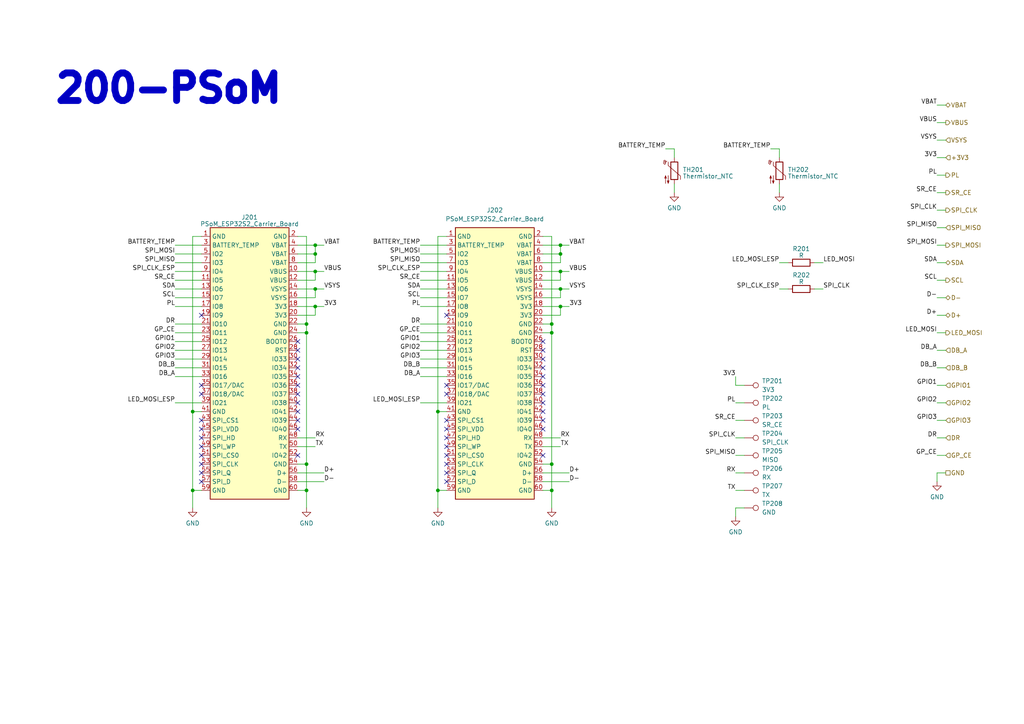
<source format=kicad_sch>
(kicad_sch (version 20231120) (generator "eeschema") (generator_version "8.0")
  (paper "A4")
  (title_block (title "PMK_Keyboard") (date "2024-02-11") (rev "HW01") (company "PumaCorp") (comment 1 "Design by: NdG"))
  (lib_symbols
    (symbol "Component_lib:NTCS0402E3473GXT" (pin_numbers hide) (pin_names (offset 0))
      (property "Reference" "TH" (at -4.445 1.27 90))
      (property "Value" "Thermistor_NTC" (at 3.175 1.27 90))
      (symbol "NTCS0402E3473GXT_0_1"
        (arc (start -3.048 3.429) (mid -3.0505 3.5865) (end -3.175 3.683))
        (arc (start -3.048 3.429) (mid -2.9736 3.2494) (end -2.794 3.175))
        (arc (start -3.048 4.064) (mid -2.9736 3.8844) (end -2.794 3.81))
        (arc (start -2.794 3.175) (mid -2.6144 3.2494) (end -2.54 3.429))
        (arc (start -2.794 3.81) (mid -2.434 3.8308) (end -2.159 4.064))
        (arc (start -2.794 4.318) (mid -2.9736 4.2436) (end -3.048 4.064))
        (arc (start -2.54 4.064) (mid -2.6144 4.2436) (end -2.794 4.318))
        (rectangle (start -1.016 3.81) (end 1.016 -1.27) (stroke (width 0.254)))
        (polyline (pts (xy -2.54 3.429) (xy -2.54 4.064)))
        (polyline (pts (xy -1.778 3.81) (xy -1.778 2.794) (xy 1.778 -0.254) (xy 1.778 -1.27)))
        (polyline (pts (xy -2.54 -2.413) (xy -2.54 -0.127) (xy -2.794 -0.889) (xy -2.286 -0.889) (xy -2.54 -0.127) (xy -2.54 -0.381)) (fill (type outline)))
        (polyline (pts (xy -1.778 -0.127) (xy -1.778 -2.413) (xy -2.032 -1.651) (xy -1.524 -1.651) (xy -1.778 -2.413) (xy -1.778 -2.159)) (fill (type outline)))
      )
      (symbol "NTCS0402E3473GXT_1_1"
        (pin passive line (at 0 5.08 270) (length 1.27) (name "~") (number "1"))
        (pin passive line (at 0 -2.54 90) (length 1.27) (name "~") (number "2"))
      )
    )
    (symbol "Component_lib:PSoM_ESP32S2_Carrier_Board"
      (property "Reference" "J" (at 5.08 7.62 0))
      (property "Value" "PSoM_ESP32S2_Carrier_Board" (at 15.24 5.08 0))
      (symbol "PSoM_ESP32S2_Carrier_Board_1_1"
        (rectangle (start 2.54 2.54) (end 25.4 -76.2) (stroke (width 0.254)) (fill (type background)))
        (pin passive line (at 0 0 0) (length 2.54) (name "GND") (number "1"))
        (pin passive line (at 27.94 -10.16 180) (length 2.54) (name "VBUS") (number "10"))
        (pin passive line (at 0 -12.7 0) (length 2.54) (name "IO5") (number "11"))
        (pin passive line (at 27.94 -12.7 180) (length 2.54) (name "VBUS") (number "12"))
        (pin passive line (at 0 -15.24 0) (length 2.54) (name "IO6") (number "13"))
        (pin passive line (at 27.94 -15.24 180) (length 2.54) (name "VSYS") (number "14"))
        (pin passive line (at 0 -17.78 0) (length 2.54) (name "IO7") (number "15"))
        (pin passive line (at 27.94 -17.78 180) (length 2.54) (name "VSYS") (number "16"))
        (pin passive line (at 0 -20.32 0) (length 2.54) (name "IO8") (number "17"))
        (pin passive line (at 27.94 -20.32 180) (length 2.54) (name "3V3") (number "18"))
        (pin passive line (at 0 -22.86 0) (length 2.54) (name "IO9") (number "19"))
        (pin passive line (at 27.94 0 180) (length 2.54) (name "GND") (number "2"))
        (pin passive line (at 27.94 -22.86 180) (length 2.54) (name "3V3") (number "20"))
        (pin passive line (at 0 -25.4 0) (length 2.54) (name "IO10") (number "21"))
        (pin passive line (at 27.94 -25.4 180) (length 2.54) (name "GND") (number "22"))
        (pin passive line (at 0 -27.94 0) (length 2.54) (name "IO11") (number "23"))
        (pin passive line (at 27.94 -27.94 180) (length 2.54) (name "GND") (number "24"))
        (pin passive line (at 0 -30.48 0) (length 2.54) (name "IO12") (number "25"))
        (pin passive line (at 27.94 -30.48 180) (length 2.54) (name "BOOT0") (number "26"))
        (pin passive line (at 0 -33.02 0) (length 2.54) (name "IO13") (number "27"))
        (pin passive line (at 27.94 -33.02 180) (length 2.54) (name "RST") (number "28"))
        (pin passive line (at 0 -35.56 0) (length 2.54) (name "IO14") (number "29"))
        (pin passive line (at 0 -2.54 0) (length 2.54) (name "BATTERY_TEMP") (number "3"))
        (pin passive line (at 27.94 -35.56 180) (length 2.54) (name "IO33") (number "30"))
        (pin passive line (at 0 -38.1 0) (length 2.54) (name "IO15") (number "31"))
        (pin passive line (at 27.94 -38.1 180) (length 2.54) (name "IO34") (number "32"))
        (pin passive line (at 0 -40.64 0) (length 2.54) (name "IO16") (number "33"))
        (pin passive line (at 27.94 -40.64 180) (length 2.54) (name "IO35") (number "34"))
        (pin passive line (at 0 -43.18 0) (length 2.54) (name "IO17/DAC") (number "35"))
        (pin passive line (at 27.94 -43.18 180) (length 2.54) (name "IO36") (number "36"))
        (pin passive line (at 0 -45.72 0) (length 2.54) (name "IO18/DAC") (number "37"))
        (pin passive line (at 27.94 -45.72 180) (length 2.54) (name "IO37") (number "38"))
        (pin passive line (at 0 -48.26 0) (length 2.54) (name "IO21") (number "39"))
        (pin passive line (at 27.94 -2.54 180) (length 2.54) (name "VBAT") (number "4"))
        (pin passive line (at 27.94 -48.26 180) (length 2.54) (name "IO38") (number "40"))
        (pin passive line (at 0 -50.8 0) (length 2.54) (name "GND") (number "41"))
        (pin passive line (at 27.94 -50.8 180) (length 2.54) (name "IO41") (number "42"))
        (pin passive line (at 0 -53.34 0) (length 2.54) (name "SPI_CS1") (number "43"))
        (pin passive line (at 27.94 -53.34 180) (length 2.54) (name "IO39") (number "44"))
        (pin passive line (at 0 -55.88 0) (length 2.54) (name "SPI_VDD") (number "45"))
        (pin passive line (at 27.94 -55.88 180) (length 2.54) (name "IO40") (number "46"))
        (pin passive line (at 0 -58.42 0) (length 2.54) (name "SPI_HD") (number "47"))
        (pin passive line (at 27.94 -58.42 180) (length 2.54) (name "RX") (number "48"))
        (pin passive line (at 0 -60.96 0) (length 2.54) (name "SPI_WP") (number "49"))
        (pin passive line (at 0 -5.08 0) (length 2.54) (name "IO2") (number "5"))
        (pin passive line (at 27.94 -60.96 180) (length 2.54) (name "TX") (number "50"))
        (pin passive line (at 0 -63.5 0) (length 2.54) (name "SPI_CS0") (number "51"))
        (pin passive line (at 27.94 -63.5 180) (length 2.54) (name "IO42") (number "52"))
        (pin passive line (at 0 -66.04 0) (length 2.54) (name "SPI_CLK") (number "53"))
        (pin passive line (at 27.94 -66.04 180) (length 2.54) (name "GND") (number "54"))
        (pin passive line (at 0 -68.58 0) (length 2.54) (name "SPI_Q") (number "55"))
        (pin passive line (at 27.94 -68.58 180) (length 2.54) (name "D+") (number "56"))
        (pin passive line (at 0 -71.12 0) (length 2.54) (name "SPI_D") (number "57"))
        (pin passive line (at 27.94 -71.12 180) (length 2.54) (name "D-") (number "58"))
        (pin passive line (at 0 -73.66 0) (length 2.54) (name "GND") (number "59"))
        (pin passive line (at 27.94 -5.08 180) (length 2.54) (name "VBAT") (number "6"))
        (pin passive line (at 27.94 -73.66 180) (length 2.54) (name "GND") (number "60"))
        (pin passive line (at 0 -7.62 0) (length 2.54) (name "IO3") (number "7"))
        (pin passive line (at 27.94 -7.62 180) (length 2.54) (name "VBAT") (number "8"))
        (pin passive line (at 0 -10.16 0) (length 2.54) (name "IO4") (number "9"))
      )
    )
    (symbol "Component_lib:R" (pin_numbers hide) (pin_names (offset 0))
      (property "Reference" "R" (at 2.032 -3.81 90))
      (property "Value" "R" (at 0 -3.81 90))
      (symbol "R_0_1"
        (rectangle (start -1.016 -6.35) (end 1.016 -1.27) (stroke (width 0.254)))
      )
      (symbol "R_1_1"
        (pin passive line (at 0 0 270) (length 1.27) (name "~") (number "1"))
        (pin passive line (at 0 -7.62 90) (length 1.27) (name "~") (number "2"))
      )
    )
    (symbol "Connector:TestPoint" (pin_numbers hide) (pin_names (offset 0.762) hide)
      (property "Reference" "TP" (at 0 6.858 0))
      (property "Value" "TestPoint" (at 0 5.08 0))
      (symbol "TestPoint_0_1"
        (circle (center 0 3.302) (radius 0.762))
      )
      (symbol "TestPoint_1_1"
        (pin passive line (at 0 0 90) (length 2.54) (name "1") (number "1"))
      )
    )
    (symbol "power:GND" (power) (pin_names (offset 0))
      (property "Value" "GND" (at 0 -3.81 0))
      (symbol "GND_0_1"
        (polyline (pts (xy 0 0) (xy 0 -1.27) (xy 1.27 -1.27) (xy 0 -2.54) (xy -1.27 -1.27) (xy 0 -1.27)))
      )
      (symbol "GND_1_1"
        (pin power_in line (at 0 0 270) (length 0) hide (name "GND") (number "1"))
      )
    )
  )
  (junction (at 88.9 142.24))
  (junction (at 160.02 96.52))
  (junction (at 160.02 142.24))
  (junction (at 88.9 134.62))
  (junction (at 91.44 78.74))
  (junction (at 162.56 71.12))
  (junction (at 162.56 78.74))
  (junction (at 160.02 93.98))
  (junction (at 88.9 93.98))
  (junction (at 91.44 71.12))
  (junction (at 55.88 119.38))
  (junction (at 91.44 83.82))
  (junction (at 127 142.24))
  (junction (at 88.9 96.52))
  (junction (at 127 119.38))
  (junction (at 162.56 83.82))
  (junction (at 162.56 73.66))
  (junction (at 91.44 88.9))
  (junction (at 160.02 134.62))
  (junction (at 55.88 142.24))
  (junction (at 91.44 73.66))
  (junction (at 162.56 88.9))
  (no_connect (at 86.36 101.6))
  (no_connect (at 58.42 132.08))
  (no_connect (at 58.42 121.92))
  (no_connect (at 157.48 124.46))
  (no_connect (at 129.54 124.46))
  (no_connect (at 157.48 99.06))
  (no_connect (at 86.36 106.68))
  (no_connect (at 157.48 116.84))
  (no_connect (at 58.42 127))
  (no_connect (at 157.48 119.38))
  (no_connect (at 129.54 129.54))
  (no_connect (at 58.42 139.7))
  (no_connect (at 86.36 124.46))
  (no_connect (at 58.42 134.62))
  (no_connect (at 86.36 119.38))
  (no_connect (at 129.54 137.16))
  (no_connect (at 129.54 134.62))
  (no_connect (at 157.48 121.92))
  (no_connect (at 86.36 116.84))
  (no_connect (at 157.48 109.22))
  (no_connect (at 58.42 137.16))
  (no_connect (at 157.48 104.14))
  (no_connect (at 157.48 106.68))
  (no_connect (at 58.42 129.54))
  (no_connect (at 129.54 139.7))
  (no_connect (at 58.42 91.44))
  (no_connect (at 86.36 109.22))
  (no_connect (at 129.54 121.92))
  (no_connect (at 86.36 114.3))
  (no_connect (at 129.54 114.3))
  (no_connect (at 157.48 111.76))
  (no_connect (at 86.36 111.76))
  (no_connect (at 86.36 132.08))
  (no_connect (at 157.48 114.3))
  (no_connect (at 129.54 111.76))
  (no_connect (at 58.42 124.46))
  (no_connect (at 129.54 132.08))
  (no_connect (at 129.54 91.44))
  (no_connect (at 58.42 114.3))
  (no_connect (at 157.48 101.6))
  (no_connect (at 86.36 99.06))
  (no_connect (at 58.42 111.76))
  (no_connect (at 86.36 104.14))
  (no_connect (at 86.36 121.92))
  (no_connect (at 157.48 132.08))
  (no_connect (at 129.54 127))
  (wire (pts (xy 157.48 127) (xy 162.56 127)))
  (wire (pts (xy 50.8 93.98) (xy 58.42 93.98)))
  (wire (pts (xy 226.06 76.2) (xy 228.6 76.2)))
  (wire (pts (xy 91.44 71.12) (xy 93.98 71.12)))
  (wire (pts (xy 271.78 45.72) (xy 274.32 45.72)))
  (wire (pts (xy 55.88 68.58) (xy 55.88 119.38)))
  (wire (pts (xy 50.8 99.06) (xy 58.42 99.06)))
  (wire (pts (xy 86.36 134.62) (xy 88.9 134.62)))
  (wire (pts (xy 121.92 86.36) (xy 129.54 86.36)))
  (wire (pts (xy 50.8 71.12) (xy 58.42 71.12)))
  (wire (pts (xy 86.36 91.44) (xy 91.44 91.44)))
  (wire (pts (xy 121.92 104.14) (xy 129.54 104.14)))
  (wire (pts (xy 162.56 73.66) (xy 162.56 76.2)))
  (wire (pts (xy 271.78 116.84) (xy 274.32 116.84)))
  (wire (pts (xy 193.04 43.18) (xy 195.58 43.18)))
  (wire (pts (xy 86.36 83.82) (xy 91.44 83.82)))
  (wire (pts (xy 213.36 137.16) (xy 215.9 137.16)))
  (wire (pts (xy 271.78 66.04) (xy 274.32 66.04)))
  (wire (pts (xy 91.44 73.66) (xy 91.44 71.12)))
  (wire (pts (xy 50.8 104.14) (xy 58.42 104.14)))
  (wire (pts (xy 91.44 78.74) (xy 93.98 78.74)))
  (wire (pts (xy 213.36 149.86) (xy 213.36 147.32)))
  (wire (pts (xy 121.92 71.12) (xy 129.54 71.12)))
  (wire (pts (xy 121.92 73.66) (xy 129.54 73.66)))
  (wire (pts (xy 160.02 147.32) (xy 160.02 142.24)))
  (wire (pts (xy 271.78 132.08) (xy 274.32 132.08)))
  (wire (pts (xy 162.56 86.36) (xy 162.56 83.82)))
  (wire (pts (xy 91.44 83.82) (xy 93.98 83.82)))
  (wire (pts (xy 271.78 101.6) (xy 274.32 101.6)))
  (wire (pts (xy 223.52 43.18) (xy 226.06 43.18)))
  (wire (pts (xy 226.06 83.82) (xy 228.6 83.82)))
  (wire (pts (xy 213.36 127) (xy 215.9 127)))
  (wire (pts (xy 271.78 121.92) (xy 274.32 121.92)))
  (wire (pts (xy 162.56 78.74) (xy 165.1 78.74)))
  (wire (pts (xy 121.92 99.06) (xy 129.54 99.06)))
  (wire (pts (xy 213.36 121.92) (xy 215.9 121.92)))
  (wire (pts (xy 86.36 127) (xy 91.44 127)))
  (wire (pts (xy 88.9 147.32) (xy 88.9 142.24)))
  (wire (pts (xy 121.92 109.22) (xy 129.54 109.22)))
  (wire (pts (xy 162.56 81.28) (xy 162.56 78.74)))
  (wire (pts (xy 162.56 91.44) (xy 162.56 88.9)))
  (wire (pts (xy 91.44 91.44) (xy 91.44 88.9)))
  (wire (pts (xy 86.36 139.7) (xy 93.98 139.7)))
  (wire (pts (xy 213.36 147.32) (xy 215.9 147.32)))
  (wire (pts (xy 160.02 68.58) (xy 160.02 93.98)))
  (wire (pts (xy 271.78 127) (xy 274.32 127)))
  (wire (pts (xy 271.78 106.68) (xy 274.32 106.68)))
  (wire (pts (xy 271.78 35.56) (xy 274.32 35.56)))
  (wire (pts (xy 50.8 96.52) (xy 58.42 96.52)))
  (wire (pts (xy 162.56 76.2) (xy 157.48 76.2)))
  (wire (pts (xy 50.8 88.9) (xy 58.42 88.9)))
  (wire (pts (xy 88.9 142.24) (xy 86.36 142.24)))
  (wire (pts (xy 271.78 81.28) (xy 274.32 81.28)))
  (wire (pts (xy 195.58 43.18) (xy 195.58 45.72)))
  (wire (pts (xy 55.88 119.38) (xy 55.88 142.24)))
  (wire (pts (xy 271.78 139.7) (xy 271.78 137.16)))
  (wire (pts (xy 271.78 50.8) (xy 274.32 50.8)))
  (wire (pts (xy 157.48 86.36) (xy 162.56 86.36)))
  (wire (pts (xy 271.78 91.44) (xy 274.32 91.44)))
  (wire (pts (xy 162.56 83.82) (xy 165.1 83.82)))
  (wire (pts (xy 160.02 93.98) (xy 160.02 96.52)))
  (wire (pts (xy 236.22 83.82) (xy 238.76 83.82)))
  (wire (pts (xy 55.88 147.32) (xy 55.88 142.24)))
  (wire (pts (xy 271.78 30.48) (xy 274.32 30.48)))
  (wire (pts (xy 86.36 78.74) (xy 91.44 78.74)))
  (wire (pts (xy 226.06 43.18) (xy 226.06 45.72)))
  (wire (pts (xy 50.8 73.66) (xy 58.42 73.66)))
  (wire (pts (xy 129.54 68.58) (xy 127 68.58)))
  (wire (pts (xy 213.36 132.08) (xy 215.9 132.08)))
  (wire (pts (xy 157.48 71.12) (xy 162.56 71.12)))
  (wire (pts (xy 50.8 81.28) (xy 58.42 81.28)))
  (wire (pts (xy 157.48 83.82) (xy 162.56 83.82)))
  (wire (pts (xy 160.02 96.52) (xy 157.48 96.52)))
  (wire (pts (xy 157.48 73.66) (xy 162.56 73.66)))
  (wire (pts (xy 121.92 116.84) (xy 129.54 116.84)))
  (wire (pts (xy 271.78 76.2) (xy 274.32 76.2)))
  (wire (pts (xy 50.8 78.74) (xy 58.42 78.74)))
  (wire (pts (xy 88.9 93.98) (xy 88.9 96.52)))
  (wire (pts (xy 271.78 60.96) (xy 274.32 60.96)))
  (wire (pts (xy 88.9 134.62) (xy 88.9 96.52)))
  (wire (pts (xy 88.9 68.58) (xy 88.9 93.98)))
  (wire (pts (xy 91.44 86.36) (xy 91.44 83.82)))
  (wire (pts (xy 271.78 111.76) (xy 274.32 111.76)))
  (wire (pts (xy 213.36 111.76) (xy 215.9 111.76)))
  (wire (pts (xy 50.8 83.82) (xy 58.42 83.82)))
  (wire (pts (xy 121.92 93.98) (xy 129.54 93.98)))
  (wire (pts (xy 157.48 139.7) (xy 165.1 139.7)))
  (wire (pts (xy 88.9 96.52) (xy 86.36 96.52)))
  (wire (pts (xy 162.56 71.12) (xy 165.1 71.12)))
  (wire (pts (xy 86.36 129.54) (xy 91.44 129.54)))
  (wire (pts (xy 162.56 88.9) (xy 165.1 88.9)))
  (wire (pts (xy 157.48 137.16) (xy 165.1 137.16)))
  (wire (pts (xy 127 68.58) (xy 127 119.38)))
  (wire (pts (xy 213.36 142.24) (xy 215.9 142.24)))
  (wire (pts (xy 50.8 101.6) (xy 58.42 101.6)))
  (wire (pts (xy 50.8 116.84) (xy 58.42 116.84)))
  (wire (pts (xy 157.48 81.28) (xy 162.56 81.28)))
  (wire (pts (xy 50.8 76.2) (xy 58.42 76.2)))
  (wire (pts (xy 86.36 68.58) (xy 88.9 68.58)))
  (wire (pts (xy 58.42 68.58) (xy 55.88 68.58)))
  (wire (pts (xy 86.36 73.66) (xy 91.44 73.66)))
  (wire (pts (xy 157.48 129.54) (xy 162.56 129.54)))
  (wire (pts (xy 160.02 134.62) (xy 160.02 96.52)))
  (wire (pts (xy 86.36 93.98) (xy 88.9 93.98)))
  (wire (pts (xy 121.92 76.2) (xy 129.54 76.2)))
  (wire (pts (xy 127 142.24) (xy 129.54 142.24)))
  (wire (pts (xy 160.02 142.24) (xy 157.48 142.24)))
  (wire (pts (xy 271.78 137.16) (xy 274.32 137.16)))
  (wire (pts (xy 88.9 134.62) (xy 88.9 142.24)))
  (wire (pts (xy 271.78 96.52) (xy 274.32 96.52)))
  (wire (pts (xy 157.48 68.58) (xy 160.02 68.58)))
  (wire (pts (xy 86.36 88.9) (xy 91.44 88.9)))
  (wire (pts (xy 121.92 81.28) (xy 129.54 81.28)))
  (wire (pts (xy 271.78 40.64) (xy 274.32 40.64)))
  (wire (pts (xy 121.92 83.82) (xy 129.54 83.82)))
  (wire (pts (xy 86.36 137.16) (xy 93.98 137.16)))
  (wire (pts (xy 55.88 142.24) (xy 58.42 142.24)))
  (wire (pts (xy 91.44 81.28) (xy 91.44 78.74)))
  (wire (pts (xy 86.36 81.28) (xy 91.44 81.28)))
  (wire (pts (xy 157.48 88.9) (xy 162.56 88.9)))
  (wire (pts (xy 50.8 106.68) (xy 58.42 106.68)))
  (wire (pts (xy 127 147.32) (xy 127 142.24)))
  (wire (pts (xy 236.22 76.2) (xy 238.76 76.2)))
  (wire (pts (xy 271.78 71.12) (xy 274.32 71.12)))
  (wire (pts (xy 157.48 78.74) (xy 162.56 78.74)))
  (wire (pts (xy 127 119.38) (xy 127 142.24)))
  (wire (pts (xy 160.02 134.62) (xy 160.02 142.24)))
  (wire (pts (xy 86.36 86.36) (xy 91.44 86.36)))
  (wire (pts (xy 50.8 86.36) (xy 58.42 86.36)))
  (wire (pts (xy 50.8 109.22) (xy 58.42 109.22)))
  (wire (pts (xy 86.36 71.12) (xy 91.44 71.12)))
  (wire (pts (xy 91.44 76.2) (xy 86.36 76.2)))
  (wire (pts (xy 157.48 134.62) (xy 160.02 134.62)))
  (wire (pts (xy 226.06 53.34) (xy 226.06 55.88)))
  (wire (pts (xy 195.58 53.34) (xy 195.58 55.88)))
  (wire (pts (xy 121.92 101.6) (xy 129.54 101.6)))
  (wire (pts (xy 157.48 93.98) (xy 160.02 93.98)))
  (wire (pts (xy 213.36 109.22) (xy 213.36 111.76)))
  (wire (pts (xy 129.54 119.38) (xy 127 119.38)))
  (wire (pts (xy 271.78 86.36) (xy 274.32 86.36)))
  (wire (pts (xy 121.92 106.68) (xy 129.54 106.68)))
  (wire (pts (xy 213.36 116.84) (xy 215.9 116.84)))
  (wire (pts (xy 121.92 96.52) (xy 129.54 96.52)))
  (wire (pts (xy 121.92 78.74) (xy 129.54 78.74)))
  (wire (pts (xy 91.44 88.9) (xy 93.98 88.9)))
  (wire (pts (xy 91.44 73.66) (xy 91.44 76.2)))
  (wire (pts (xy 121.92 88.9) (xy 129.54 88.9)))
  (wire (pts (xy 162.56 73.66) (xy 162.56 71.12)))
  (wire (pts (xy 271.78 55.88) (xy 274.32 55.88)))
  (wire (pts (xy 157.48 91.44) (xy 162.56 91.44)))
  (wire (pts (xy 58.42 119.38) (xy 55.88 119.38)))
  (text "200-PSoM\n" (at 15.24 30.48 0) (effects (font (size 8 8) (thickness 3) (bold yes)) (justify left bottom)))
  (label "SCL" (at 50.8 86.36 180))
  (label "TX" (at 91.44 129.54 0))
  (label "VBUS" (at 271.78 35.56 180))
  (label "VBUS" (at 165.1 78.74 0))
  (label "GP_CE" (at 121.92 96.52 180))
  (label "PL" (at 271.78 50.8 180))
  (label "BATTERY_TEMP" (at 193.04 43.18 180))
  (label "SPI_MOSI" (at 121.92 73.66 180))
  (label "D+" (at 165.1 137.16 0))
  (label "BATTERY_TEMP" (at 50.8 71.12 180))
  (label "3V3" (at 93.98 88.9 0))
  (label "SPI_CLK" (at 213.36 127 180))
  (label "GP_CE" (at 50.8 96.52 180))
  (label "VSYS" (at 93.98 83.82 0))
  (label "GPIO2" (at 121.92 101.6 180))
  (label "DB_A" (at 271.78 101.6 180))
  (label "GPIO1" (at 121.92 99.06 180))
  (label "SDA" (at 271.78 76.2 180))
  (label "DR" (at 121.92 93.98 180))
  (label "SPI_CLK_ESP" (at 226.06 83.82 180))
  (label "SDA" (at 50.8 83.82 180))
  (label "TX" (at 213.36 142.24 180))
  (label "3V3" (at 213.36 109.22 180))
  (label "GPIO1" (at 50.8 99.06 180))
  (label "LED_MOSI_ESP" (at 121.92 116.84 180))
  (label "BATTERY_TEMP" (at 121.92 71.12 180))
  (label "D+" (at 271.78 91.44 180))
  (label "VBAT" (at 271.78 30.48 180))
  (label "SCL" (at 271.78 81.28 180))
  (label "RX" (at 162.56 127 0))
  (label "GPIO3" (at 121.92 104.14 180))
  (label "GPIO3" (at 271.78 121.92 180))
  (label "GPIO2" (at 50.8 101.6 180))
  (label "3V3" (at 165.1 88.9 0))
  (label "SPI_MISO" (at 213.36 132.08 180))
  (label "SDA" (at 121.92 83.82 180))
  (label "SPI_CLK" (at 238.76 83.82 0))
  (label "DB_B" (at 271.78 106.68 180))
  (label "SPI_CLK_ESP" (at 121.92 78.74 180))
  (label "RX" (at 91.44 127 0))
  (label "VBAT" (at 93.98 71.12 0))
  (label "VSYS" (at 165.1 83.82 0))
  (label "VBUS" (at 93.98 78.74 0))
  (label "RX" (at 213.36 137.16 180))
  (label "PL" (at 213.36 116.84 180))
  (label "SPI_MISO" (at 50.8 76.2 180))
  (label "3V3" (at 271.78 45.72 180))
  (label "VSYS" (at 271.78 40.64 180))
  (label "GPIO1" (at 271.78 111.76 180))
  (label "DB_B" (at 50.8 106.68 180))
  (label "SPI_MOSI" (at 271.78 71.12 180))
  (label "D-" (at 271.78 86.36 180))
  (label "LED_MOSI" (at 271.78 96.52 180))
  (label "DR" (at 50.8 93.98 180))
  (label "D+" (at 93.98 137.16 0))
  (label "SR_CE" (at 213.36 121.92 180))
  (label "DB_A" (at 50.8 109.22 180))
  (label "TX" (at 162.56 129.54 0))
  (label "D-" (at 93.98 139.7 0))
  (label "GPIO2" (at 271.78 116.84 180))
  (label "D-" (at 165.1 139.7 0))
  (label "SPI_MISO" (at 271.78 66.04 180))
  (label "SR_CE" (at 271.78 55.88 180))
  (label "PL" (at 50.8 88.9 180))
  (label "SR_CE" (at 121.92 81.28 180))
  (label "BATTERY_TEMP" (at 223.52 43.18 180))
  (label "DB_B" (at 121.92 106.68 180))
  (label "GPIO3" (at 50.8 104.14 180))
  (label "VBAT" (at 165.1 71.12 0))
  (label "GP_CE" (at 271.78 132.08 180))
  (label "LED_MOSI_ESP" (at 50.8 116.84 180))
  (label "DB_A" (at 121.92 109.22 180))
  (label "PL" (at 121.92 88.9 180))
  (label "SPI_MISO" (at 121.92 76.2 180))
  (label "LED_MOSI" (at 238.76 76.2 0))
  (label "DR" (at 271.78 127 180))
  (label "LED_MOSI_ESP" (at 226.06 76.2 180))
  (label "SPI_MOSI" (at 50.8 73.66 180))
  (label "SR_CE" (at 50.8 81.28 180))
  (label "SCL" (at 121.92 86.36 180))
  (label "SPI_CLK" (at 271.78 60.96 180))
  (label "SPI_CLK_ESP" (at 50.8 78.74 180))
  (hierarchical_label "VBAT" (shape bidirectional) (at 274.32 30.48 0))
  (hierarchical_label "DB_B" (shape input) (at 274.32 106.68 0))
  (hierarchical_label "GP_CE" (shape input) (at 274.32 132.08 0))
  (hierarchical_label "GPIO1" (shape input) (at 274.32 111.76 0))
  (hierarchical_label "LED_MOSI" (shape output) (at 274.32 96.52 0))
  (hierarchical_label "D+" (shape bidirectional) (at 274.32 91.44 0))
  (hierarchical_label "PL" (shape output) (at 274.32 50.8 0))
  (hierarchical_label "DR" (shape input) (at 274.32 127 0))
  (hierarchical_label "SR_CE" (shape output) (at 274.32 55.88 0))
  (hierarchical_label "GND" (shape passive) (at 274.32 137.16 0))
  (hierarchical_label "SPI_CLK" (shape output) (at 274.32 60.96 0))
  (hierarchical_label "SPI_MISO" (shape input) (at 274.32 66.04 0))
  (hierarchical_label "SDA" (shape bidirectional) (at 274.32 76.2 0))
  (hierarchical_label "DB_A" (shape input) (at 274.32 101.6 0))
  (hierarchical_label "+3V3" (shape input) (at 274.32 45.72 0))
  (hierarchical_label "VBUS" (shape output) (at 274.32 35.56 0))
  (hierarchical_label "GPIO2" (shape input) (at 274.32 116.84 0))
  (hierarchical_label "GPIO3" (shape input) (at 274.32 121.92 0))
  (hierarchical_label "SPI_MOSI" (shape output) (at 274.32 71.12 0))
  (hierarchical_label "D-" (shape bidirectional) (at 274.32 86.36 0))
  (hierarchical_label "VSYS" (shape input) (at 274.32 40.64 0))
  (hierarchical_label "SCL" (shape output) (at 274.32 81.28 0))
  (symbol (lib_id "Component_lib:PSoM_ESP32S2_Carrier_Board") (at 129.54 68.58 0) (unit 1)
    (property "Reference" "J202" (at 143.51 60.96 0))
    (property "Value" "PSoM_ESP32S2_Carrier_Board" (at 143.51 63.5 0))
    (property "Footprint" "Component_lib:PSoM_ESP32S2_00" (effects (hide yes)))
    (property "Datasheet" "https://www.mouser.ch/ProductDetail/Hirose-Connector/DF40C-60DS-04V51?qs=eDUdFcBPps0%252B%252BrqDQtiLyw%3D%3D" (effects (hide yes)))
  )
  (symbol (lib_id "Connector:TestPoint") (at 215.9 116.84 270) (unit 1)
    (property "Reference" "TP202" (at 220.98 115.5699 90) (effects (justify left)))
    (property "Value" "PL" (at 220.98 118.1099 90) (effects (justify left)))
    (property "Footprint" "TestPoint:TestPoint_Pad_D1.5mm" (effects (hide yes)))
  )
  (symbol (lib_id "Connector:TestPoint") (at 215.9 147.32 270) (unit 1)
    (property "Reference" "TP208" (at 220.98 146.0499 90) (effects (justify left)))
    (property "Value" "GND" (at 220.98 148.5899 90) (effects (justify left)))
    (property "Footprint" "TestPoint:TestPoint_Pad_D1.5mm" (effects (hide yes)))
  )
  (symbol (lib_id "power:GND") (at 213.36 149.86 0) (unit 1)
    (property "Reference" "#PWR0204" (effects (hide yes)))
    (property "Value" "GND" (at 213.36 154.3034 0))
  )
  (symbol (lib_id "power:GND") (at 55.88 147.32 0) (unit 1)
    (property "Reference" "#PWR0205" (effects (hide yes)))
    (property "Value" "GND" (at 55.88 151.7634 0))
  )
  (symbol (lib_id "Connector:TestPoint") (at 215.9 111.76 270) (unit 1)
    (property "Reference" "TP201" (at 220.98 110.4899 90) (effects (justify left)))
    (property "Value" "3V3" (at 220.98 113.0299 90) (effects (justify left)))
    (property "Footprint" "TestPoint:TestPoint_Pad_D1.5mm" (effects (hide yes)))
  )
  (symbol (lib_id "Component_lib:R") (at 228.6 83.82 90) (unit 1)
    (property "Reference" "R202" (at 232.41 79.7941 90))
    (property "Value" "R" (at 232.41 81.7151 90))
    (property "Footprint" "Resistor_SMD:R_0402_1005Metric" (effects (hide yes)))
  )
  (symbol (lib_id "Connector:TestPoint") (at 215.9 132.08 270) (unit 1)
    (property "Reference" "TP205" (at 220.98 130.8099 90) (effects (justify left)))
    (property "Value" "MISO" (at 220.98 133.3499 90) (effects (justify left)))
    (property "Footprint" "TestPoint:TestPoint_Pad_D1.5mm" (effects (hide yes)))
  )
  (symbol (lib_id "Component_lib:PSoM_ESP32S2_Carrier_Board") (at 58.42 68.58 0) (unit 1)
    (property "Reference" "J201" (at 72.39 63.0301 0))
    (property "Value" "PSoM_ESP32S2_Carrier_Board" (at 72.39 64.9511 0))
    (property "Footprint" "Component_lib:PSoM_ESP32S2_00" (effects (hide yes)))
    (property "Datasheet" "https://www.mouser.ch/ProductDetail/Hirose-Connector/DF40C-60DS-04V51?qs=eDUdFcBPps0%252B%252BrqDQtiLyw%3D%3D" (effects (hide yes)))
  )
  (symbol (lib_id "power:GND") (at 226.06 55.88 0) (unit 1)
    (property "Reference" "#PWR0202" (effects (hide yes)))
    (property "Value" "GND" (at 226.06 60.3234 0))
  )
  (symbol (lib_id "Connector:TestPoint") (at 215.9 127 270) (unit 1)
    (property "Reference" "TP204" (at 220.98 125.7299 90) (effects (justify left)))
    (property "Value" "SPI_CLK" (at 220.98 128.2699 90) (effects (justify left)))
    (property "Footprint" "TestPoint:TestPoint_Pad_D1.5mm" (effects (hide yes)))
  )
  (symbol (lib_id "power:GND") (at 88.9 147.32 0) (unit 1)
    (property "Reference" "#PWR0206" (effects (hide yes)))
    (property "Value" "GND" (at 88.9 151.7634 0))
  )
  (symbol (lib_id "power:GND") (at 271.78 139.7 0) (unit 1)
    (property "Reference" "#PWR0203" (effects (hide yes)))
    (property "Value" "GND" (at 271.78 144.1434 0))
  )
  (symbol (lib_id "Connector:TestPoint") (at 215.9 121.92 270) (unit 1)
    (property "Reference" "TP203" (at 220.98 120.6499 90) (effects (justify left)))
    (property "Value" "SR_CE" (at 220.98 123.1899 90) (effects (justify left)))
    (property "Footprint" "TestPoint:TestPoint_Pad_D1.5mm" (effects (hide yes)))
  )
  (symbol (lib_id "Component_lib:NTCS0402E3473GXT") (at 195.58 50.8 0) (unit 1)
    (property "Reference" "TH201" (at 197.993 49.2038 0) (effects (justify left)))
    (property "Value" "Thermistor_NTC" (at 197.993 51.1248 0) (effects (justify left)))
    (property "Footprint" "Resistor_SMD:R_0402_1005Metric" (effects (hide yes)))
    (property "Datasheet" "https://www.mouser.ch/ProductDetail/Vishay-BC-Components/NTCS0402E3473GXT?qs=8wHch9UpSva8flR6dht9RA%3D%3D" (effects (hide yes)))
  )
  (symbol (lib_id "power:GND") (at 127 147.32 0) (unit 1)
    (property "Reference" "#PWR0221" (effects (hide yes)))
    (property "Value" "GND" (at 127 151.7634 0))
  )
  (symbol (lib_id "Connector:TestPoint") (at 215.9 142.24 270) (unit 1)
    (property "Reference" "TP207" (at 220.98 140.9699 90) (effects (justify left)))
    (property "Value" "TX" (at 220.98 143.5099 90) (effects (justify left)))
    (property "Footprint" "TestPoint:TestPoint_Pad_D1.5mm" (effects (hide yes)))
  )
  (symbol (lib_id "Component_lib:NTCS0402E3473GXT") (at 226.06 50.8 0) (unit 1)
    (property "Reference" "TH202" (at 228.473 49.2038 0) (effects (justify left)))
    (property "Value" "Thermistor_NTC" (at 228.473 51.1248 0) (effects (justify left)))
    (property "Footprint" "Resistor_SMD:R_0402_1005Metric" (effects (hide yes)))
    (property "Datasheet" "https://www.mouser.ch/ProductDetail/Vishay-BC-Components/NTCS0402E3473GXT?qs=8wHch9UpSva8flR6dht9RA%3D%3D" (effects (hide yes)))
  )
  (symbol (lib_id "power:GND") (at 195.58 55.88 0) (unit 1)
    (property "Reference" "#PWR0201" (effects (hide yes)))
    (property "Value" "GND" (at 195.58 60.3234 0))
  )
  (symbol (lib_id "power:GND") (at 160.02 147.32 0) (unit 1)
    (property "Reference" "#PWR0222" (effects (hide yes)))
    (property "Value" "GND" (at 160.02 151.7634 0))
  )
  (symbol (lib_id "Component_lib:R") (at 228.6 76.2 90) (unit 1)
    (property "Reference" "R201" (at 232.41 72.1741 90))
    (property "Value" "R" (at 232.41 74.0951 90))
    (property "Footprint" "Resistor_SMD:R_0402_1005Metric" (effects (hide yes)))
  )
  (symbol (lib_id "Connector:TestPoint") (at 215.9 137.16 270) (unit 1)
    (property "Reference" "TP206" (at 220.98 135.8899 90) (effects (justify left)))
    (property "Value" "RX" (at 220.98 138.4299 90) (effects (justify left)))
    (property "Footprint" "TestPoint:TestPoint_Pad_D1.5mm" (effects (hide yes)))
  )
)
</source>
